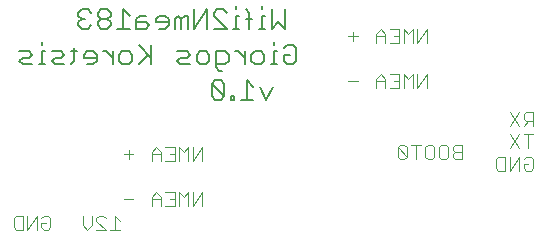
<source format=gbo>
G75*
%MOIN*%
%OFA0B0*%
%FSLAX25Y25*%
%IPPOS*%
%LPD*%
%AMOC8*
5,1,8,0,0,1.08239X$1,22.5*
%
%ADD10C,0.00600*%
%ADD11C,0.00400*%
D10*
X0069995Y0062907D02*
X0071063Y0061839D01*
X0073198Y0061839D01*
X0074265Y0062907D01*
X0069995Y0067177D01*
X0069995Y0062907D01*
X0074265Y0062907D02*
X0074265Y0067177D01*
X0073198Y0068245D01*
X0071063Y0068245D01*
X0069995Y0067177D01*
X0072491Y0071515D02*
X0071424Y0072583D01*
X0071424Y0077921D01*
X0074626Y0077921D01*
X0075694Y0076853D01*
X0075694Y0074718D01*
X0074626Y0073650D01*
X0071424Y0073650D01*
X0069249Y0074718D02*
X0068181Y0073650D01*
X0066046Y0073650D01*
X0064978Y0074718D01*
X0064978Y0076853D01*
X0066046Y0077921D01*
X0068181Y0077921D01*
X0069249Y0076853D01*
X0069249Y0074718D01*
X0072491Y0071515D02*
X0073559Y0071515D01*
X0081065Y0073650D02*
X0081065Y0077921D01*
X0078930Y0077921D02*
X0077863Y0077921D01*
X0078930Y0077921D02*
X0081065Y0075786D01*
X0083240Y0076853D02*
X0083240Y0074718D01*
X0084308Y0073650D01*
X0086443Y0073650D01*
X0087511Y0074718D01*
X0087511Y0076853D01*
X0086443Y0077921D01*
X0084308Y0077921D01*
X0083240Y0076853D01*
X0089673Y0073650D02*
X0091808Y0073650D01*
X0090740Y0073650D02*
X0090740Y0077921D01*
X0091808Y0077921D01*
X0090740Y0080056D02*
X0090740Y0081123D01*
X0093983Y0078988D02*
X0095051Y0080056D01*
X0097186Y0080056D01*
X0098253Y0078988D01*
X0098253Y0074718D01*
X0097186Y0073650D01*
X0095051Y0073650D01*
X0093983Y0074718D01*
X0093983Y0076853D01*
X0096118Y0076853D01*
X0094316Y0085461D02*
X0092181Y0087597D01*
X0090046Y0085461D01*
X0090046Y0091867D01*
X0087871Y0089732D02*
X0086803Y0089732D01*
X0086803Y0085461D01*
X0085736Y0085461D02*
X0087871Y0085461D01*
X0083574Y0088664D02*
X0081439Y0088664D01*
X0082506Y0090799D02*
X0081439Y0091867D01*
X0082506Y0090799D02*
X0082506Y0085461D01*
X0079277Y0085461D02*
X0077142Y0085461D01*
X0078209Y0085461D02*
X0078209Y0089732D01*
X0079277Y0089732D01*
X0078209Y0091867D02*
X0078209Y0092934D01*
X0074980Y0090799D02*
X0073912Y0091867D01*
X0071777Y0091867D01*
X0070709Y0090799D01*
X0070709Y0089732D01*
X0074980Y0085461D01*
X0070709Y0085461D01*
X0068534Y0085461D02*
X0068534Y0091867D01*
X0064264Y0085461D01*
X0064264Y0091867D01*
X0062089Y0089732D02*
X0061021Y0089732D01*
X0059954Y0088664D01*
X0058886Y0089732D01*
X0057818Y0088664D01*
X0057818Y0085461D01*
X0059954Y0085461D02*
X0059954Y0088664D01*
X0062089Y0089732D02*
X0062089Y0085461D01*
X0055643Y0086529D02*
X0055643Y0088664D01*
X0054576Y0089732D01*
X0052441Y0089732D01*
X0051373Y0088664D01*
X0051373Y0087597D01*
X0055643Y0087597D01*
X0055643Y0086529D02*
X0054576Y0085461D01*
X0052441Y0085461D01*
X0049198Y0086529D02*
X0048130Y0087597D01*
X0044927Y0087597D01*
X0044927Y0088664D02*
X0044927Y0085461D01*
X0048130Y0085461D01*
X0049198Y0086529D01*
X0045995Y0089732D02*
X0044927Y0088664D01*
X0045995Y0089732D02*
X0048130Y0089732D01*
X0042752Y0089732D02*
X0040617Y0091867D01*
X0040617Y0085461D01*
X0042752Y0085461D02*
X0038482Y0085461D01*
X0036307Y0086529D02*
X0036307Y0087597D01*
X0035239Y0088664D01*
X0033104Y0088664D01*
X0032036Y0087597D01*
X0032036Y0086529D01*
X0033104Y0085461D01*
X0035239Y0085461D01*
X0036307Y0086529D01*
X0035239Y0088664D02*
X0036307Y0089732D01*
X0036307Y0090799D01*
X0035239Y0091867D01*
X0033104Y0091867D01*
X0032036Y0090799D01*
X0032036Y0089732D01*
X0033104Y0088664D01*
X0029861Y0090799D02*
X0028794Y0091867D01*
X0026659Y0091867D01*
X0025591Y0090799D01*
X0025591Y0089732D01*
X0026659Y0088664D01*
X0025591Y0087597D01*
X0025591Y0086529D01*
X0026659Y0085461D01*
X0028794Y0085461D01*
X0029861Y0086529D01*
X0027726Y0088664D02*
X0026659Y0088664D01*
X0013394Y0081123D02*
X0013394Y0080056D01*
X0013394Y0077921D02*
X0013394Y0073650D01*
X0012327Y0073650D02*
X0014462Y0073650D01*
X0016637Y0074718D02*
X0017705Y0075786D01*
X0019840Y0075786D01*
X0020907Y0076853D01*
X0019840Y0077921D01*
X0016637Y0077921D01*
X0014462Y0077921D02*
X0013394Y0077921D01*
X0010165Y0076853D02*
X0009097Y0075786D01*
X0006962Y0075786D01*
X0005894Y0074718D01*
X0006962Y0073650D01*
X0010165Y0073650D01*
X0010165Y0076853D02*
X0009097Y0077921D01*
X0005894Y0077921D01*
X0016637Y0074718D02*
X0017705Y0073650D01*
X0020907Y0073650D01*
X0023069Y0073650D02*
X0024137Y0074718D01*
X0024137Y0078988D01*
X0025204Y0077921D02*
X0023069Y0077921D01*
X0027379Y0076853D02*
X0027379Y0075786D01*
X0031650Y0075786D01*
X0031650Y0076853D02*
X0031650Y0074718D01*
X0030582Y0073650D01*
X0028447Y0073650D01*
X0027379Y0076853D02*
X0028447Y0077921D01*
X0030582Y0077921D01*
X0031650Y0076853D01*
X0033818Y0077921D02*
X0034886Y0077921D01*
X0037021Y0075786D01*
X0037021Y0077921D02*
X0037021Y0073650D01*
X0039196Y0074718D02*
X0039196Y0076853D01*
X0040264Y0077921D01*
X0042399Y0077921D01*
X0043467Y0076853D01*
X0043467Y0074718D01*
X0042399Y0073650D01*
X0040264Y0073650D01*
X0039196Y0074718D01*
X0045642Y0073650D02*
X0048844Y0076853D01*
X0049912Y0075786D02*
X0045642Y0080056D01*
X0049912Y0080056D02*
X0049912Y0073650D01*
X0058533Y0074718D02*
X0059600Y0075786D01*
X0061735Y0075786D01*
X0062803Y0076853D01*
X0061735Y0077921D01*
X0058533Y0077921D01*
X0058533Y0074718D02*
X0059600Y0073650D01*
X0062803Y0073650D01*
X0076421Y0062907D02*
X0076421Y0061839D01*
X0077488Y0061839D01*
X0077488Y0062907D01*
X0076421Y0062907D01*
X0079663Y0061839D02*
X0083934Y0061839D01*
X0081799Y0061839D02*
X0081799Y0068245D01*
X0083934Y0066110D01*
X0086109Y0066110D02*
X0088244Y0061839D01*
X0090379Y0066110D01*
X0094316Y0085461D02*
X0094316Y0091867D01*
X0086803Y0091867D02*
X0086803Y0092934D01*
D11*
X0004769Y0018432D02*
X0004001Y0019200D01*
X0004001Y0022269D01*
X0004769Y0023036D01*
X0007071Y0023036D01*
X0007071Y0018432D01*
X0004769Y0018432D01*
X0008605Y0018432D02*
X0008605Y0023036D01*
X0011675Y0023036D02*
X0008605Y0018432D01*
X0011675Y0018432D02*
X0011675Y0023036D01*
X0013209Y0022269D02*
X0013977Y0023036D01*
X0015511Y0023036D01*
X0016279Y0022269D01*
X0016279Y0019200D01*
X0015511Y0018432D01*
X0013977Y0018432D01*
X0013209Y0019200D01*
X0013209Y0020734D01*
X0014744Y0020734D01*
X0027021Y0019967D02*
X0028556Y0018432D01*
X0030090Y0019967D01*
X0030090Y0023036D01*
X0031625Y0022269D02*
X0031625Y0021502D01*
X0034694Y0018432D01*
X0031625Y0018432D01*
X0036229Y0018432D02*
X0039298Y0018432D01*
X0037763Y0018432D02*
X0037763Y0023036D01*
X0039298Y0021502D01*
X0034694Y0022269D02*
X0033927Y0023036D01*
X0032392Y0023036D01*
X0031625Y0022269D01*
X0027021Y0023036D02*
X0027021Y0019967D01*
X0040768Y0028608D02*
X0043838Y0028608D01*
X0049976Y0028608D02*
X0053045Y0028608D01*
X0053045Y0029376D02*
X0051511Y0030910D01*
X0049976Y0029376D01*
X0049976Y0026306D01*
X0053045Y0026306D02*
X0053045Y0029376D01*
X0054580Y0030910D02*
X0057649Y0030910D01*
X0057649Y0026306D01*
X0054580Y0026306D01*
X0056115Y0028608D02*
X0057649Y0028608D01*
X0059184Y0030910D02*
X0059184Y0026306D01*
X0062253Y0026306D02*
X0062253Y0030910D01*
X0060719Y0029376D01*
X0059184Y0030910D01*
X0063788Y0030910D02*
X0063788Y0026306D01*
X0066857Y0030910D01*
X0066857Y0026306D01*
X0066857Y0041306D02*
X0066857Y0045910D01*
X0063788Y0041306D01*
X0063788Y0045910D01*
X0062253Y0045910D02*
X0060719Y0044376D01*
X0059184Y0045910D01*
X0059184Y0041306D01*
X0057649Y0041306D02*
X0054580Y0041306D01*
X0053045Y0041306D02*
X0053045Y0044376D01*
X0051511Y0045910D01*
X0049976Y0044376D01*
X0049976Y0041306D01*
X0049976Y0043608D02*
X0053045Y0043608D01*
X0054580Y0045910D02*
X0057649Y0045910D01*
X0057649Y0041306D01*
X0057649Y0043608D02*
X0056115Y0043608D01*
X0062253Y0041306D02*
X0062253Y0045910D01*
X0043838Y0043608D02*
X0040768Y0043608D01*
X0042303Y0045143D02*
X0042303Y0042074D01*
X0115571Y0067978D02*
X0118641Y0067978D01*
X0124779Y0067978D02*
X0127849Y0067978D01*
X0127849Y0068746D02*
X0126314Y0070280D01*
X0124779Y0068746D01*
X0124779Y0065676D01*
X0127849Y0065676D02*
X0127849Y0068746D01*
X0129383Y0070280D02*
X0132452Y0070280D01*
X0132452Y0065676D01*
X0129383Y0065676D01*
X0130918Y0067978D02*
X0132452Y0067978D01*
X0133987Y0070280D02*
X0133987Y0065676D01*
X0137056Y0065676D02*
X0137056Y0070280D01*
X0135522Y0068746D01*
X0133987Y0070280D01*
X0138591Y0070280D02*
X0138591Y0065676D01*
X0141660Y0070280D01*
X0141660Y0065676D01*
X0141660Y0080676D02*
X0141660Y0085280D01*
X0138591Y0080676D01*
X0138591Y0085280D01*
X0137056Y0085280D02*
X0135522Y0083746D01*
X0133987Y0085280D01*
X0133987Y0080676D01*
X0132452Y0080676D02*
X0129383Y0080676D01*
X0127849Y0080676D02*
X0127849Y0083746D01*
X0126314Y0085280D01*
X0124779Y0083746D01*
X0124779Y0080676D01*
X0124779Y0082978D02*
X0127849Y0082978D01*
X0130918Y0082978D02*
X0132452Y0082978D01*
X0132452Y0085280D02*
X0132452Y0080676D01*
X0137056Y0080676D02*
X0137056Y0085280D01*
X0132452Y0085280D02*
X0129383Y0085280D01*
X0118641Y0082978D02*
X0115571Y0082978D01*
X0117106Y0084513D02*
X0117106Y0081444D01*
X0132754Y0046658D02*
X0131986Y0045891D01*
X0135056Y0042822D01*
X0134288Y0042054D01*
X0132754Y0042054D01*
X0131986Y0042822D01*
X0131986Y0045891D01*
X0132754Y0046658D02*
X0134288Y0046658D01*
X0135056Y0045891D01*
X0135056Y0042822D01*
X0138125Y0042054D02*
X0138125Y0046658D01*
X0139660Y0046658D02*
X0136590Y0046658D01*
X0141194Y0045891D02*
X0141194Y0042822D01*
X0141962Y0042054D01*
X0143496Y0042054D01*
X0144264Y0042822D01*
X0144264Y0045891D01*
X0143496Y0046658D01*
X0141962Y0046658D01*
X0141194Y0045891D01*
X0145798Y0045891D02*
X0145798Y0042822D01*
X0146565Y0042054D01*
X0148100Y0042054D01*
X0148867Y0042822D01*
X0148867Y0045891D01*
X0148100Y0046658D01*
X0146565Y0046658D01*
X0145798Y0045891D01*
X0150402Y0045891D02*
X0150402Y0045124D01*
X0151169Y0044356D01*
X0153471Y0044356D01*
X0151169Y0044356D02*
X0150402Y0043589D01*
X0150402Y0042822D01*
X0151169Y0042054D01*
X0153471Y0042054D01*
X0153471Y0046658D01*
X0151169Y0046658D01*
X0150402Y0045891D01*
X0164816Y0041954D02*
X0164816Y0038885D01*
X0165584Y0038117D01*
X0167886Y0038117D01*
X0167886Y0042721D01*
X0165584Y0042721D01*
X0164816Y0041954D01*
X0169420Y0042721D02*
X0169420Y0038117D01*
X0172489Y0042721D01*
X0172489Y0038117D01*
X0174024Y0038885D02*
X0174024Y0040419D01*
X0175559Y0040419D01*
X0177093Y0038885D02*
X0176326Y0038117D01*
X0174791Y0038117D01*
X0174024Y0038885D01*
X0177093Y0038885D02*
X0177093Y0041954D01*
X0176326Y0042721D01*
X0174791Y0042721D01*
X0174024Y0041954D01*
X0172489Y0045617D02*
X0169420Y0050221D01*
X0172489Y0050221D02*
X0169420Y0045617D01*
X0175559Y0045617D02*
X0175559Y0050221D01*
X0177093Y0050221D02*
X0174024Y0050221D01*
X0174024Y0053117D02*
X0175559Y0054652D01*
X0174791Y0054652D02*
X0177093Y0054652D01*
X0177093Y0053117D02*
X0177093Y0057721D01*
X0174791Y0057721D01*
X0174024Y0056954D01*
X0174024Y0055419D01*
X0174791Y0054652D01*
X0172489Y0053117D02*
X0169420Y0057721D01*
X0172489Y0057721D02*
X0169420Y0053117D01*
M02*

</source>
